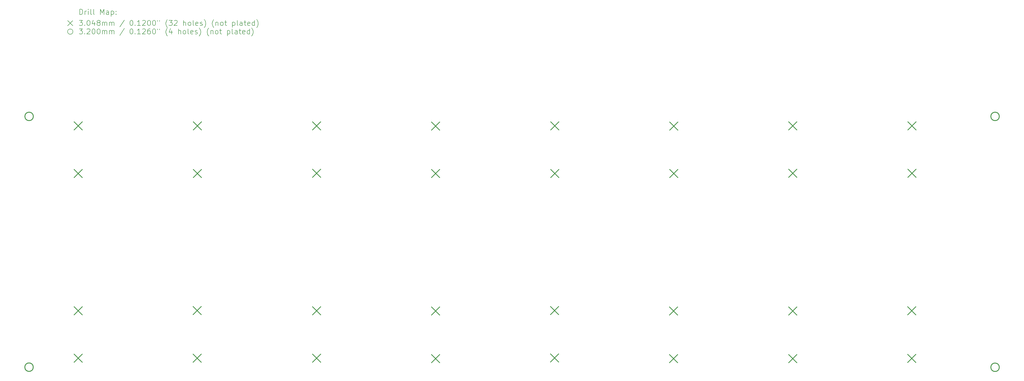
<source format=gbr>
%TF.GenerationSoftware,KiCad,Pcbnew,(6.0.9)*%
%TF.CreationDate,2022-12-09T14:19:55+01:00*%
%TF.ProjectId,seq,7365712e-6b69-4636-9164-5f7063625858,rev?*%
%TF.SameCoordinates,Original*%
%TF.FileFunction,Drillmap*%
%TF.FilePolarity,Positive*%
%FSLAX45Y45*%
G04 Gerber Fmt 4.5, Leading zero omitted, Abs format (unit mm)*
G04 Created by KiCad (PCBNEW (6.0.9)) date 2022-12-09 14:19:55*
%MOMM*%
%LPD*%
G01*
G04 APERTURE LIST*
%ADD10C,0.200000*%
%ADD11C,0.304800*%
%ADD12C,0.320000*%
G04 APERTURE END LIST*
D10*
D11*
X48600Y-11377424D02*
X353400Y-11682224D01*
X353400Y-11377424D02*
X48600Y-11682224D01*
X48600Y-13177776D02*
X353400Y-13482576D01*
X353400Y-13177776D02*
X48600Y-13482576D01*
X49600Y-4378424D02*
X354400Y-4683224D01*
X354400Y-4378424D02*
X49600Y-4683224D01*
X49600Y-6178776D02*
X354400Y-6483576D01*
X354400Y-6178776D02*
X49600Y-6483576D01*
X4547600Y-11371424D02*
X4852400Y-11676224D01*
X4852400Y-11371424D02*
X4547600Y-11676224D01*
X4547600Y-13171776D02*
X4852400Y-13476576D01*
X4852400Y-13171776D02*
X4547600Y-13476576D01*
X4550600Y-4377424D02*
X4855400Y-4682224D01*
X4855400Y-4377424D02*
X4550600Y-4682224D01*
X4550600Y-6177776D02*
X4855400Y-6482576D01*
X4855400Y-6177776D02*
X4550600Y-6482576D01*
X9053600Y-11377424D02*
X9358400Y-11682224D01*
X9358400Y-11377424D02*
X9053600Y-11682224D01*
X9053600Y-13177776D02*
X9358400Y-13482576D01*
X9358400Y-13177776D02*
X9053600Y-13482576D01*
X9058600Y-4374424D02*
X9363400Y-4679224D01*
X9363400Y-4374424D02*
X9058600Y-4679224D01*
X9058600Y-6174776D02*
X9363400Y-6479576D01*
X9363400Y-6174776D02*
X9058600Y-6479576D01*
X13549600Y-4381424D02*
X13854400Y-4686224D01*
X13854400Y-4381424D02*
X13549600Y-4686224D01*
X13549600Y-6181776D02*
X13854400Y-6486576D01*
X13854400Y-6181776D02*
X13549600Y-6486576D01*
X13552600Y-11388424D02*
X13857400Y-11693224D01*
X13857400Y-11388424D02*
X13552600Y-11693224D01*
X13552600Y-13188776D02*
X13857400Y-13493576D01*
X13857400Y-13188776D02*
X13552600Y-13493576D01*
X18047600Y-11366424D02*
X18352400Y-11671224D01*
X18352400Y-11366424D02*
X18047600Y-11671224D01*
X18047600Y-13166776D02*
X18352400Y-13471576D01*
X18352400Y-13166776D02*
X18047600Y-13471576D01*
X18053600Y-4376424D02*
X18358400Y-4681224D01*
X18358400Y-4376424D02*
X18053600Y-4681224D01*
X18053600Y-6176776D02*
X18358400Y-6481576D01*
X18358400Y-6176776D02*
X18053600Y-6481576D01*
X22546600Y-11387424D02*
X22851400Y-11692224D01*
X22851400Y-11387424D02*
X22546600Y-11692224D01*
X22546600Y-13187776D02*
X22851400Y-13492576D01*
X22851400Y-13187776D02*
X22546600Y-13492576D01*
X22548600Y-4383424D02*
X22853400Y-4688224D01*
X22853400Y-4383424D02*
X22548600Y-4688224D01*
X22548600Y-6183776D02*
X22853400Y-6488576D01*
X22853400Y-6183776D02*
X22548600Y-6488576D01*
X27046600Y-11388424D02*
X27351400Y-11693224D01*
X27351400Y-11388424D02*
X27046600Y-11693224D01*
X27046600Y-13188776D02*
X27351400Y-13493576D01*
X27351400Y-13188776D02*
X27046600Y-13493576D01*
X27047600Y-4374424D02*
X27352400Y-4679224D01*
X27352400Y-4374424D02*
X27047600Y-4679224D01*
X27047600Y-6174776D02*
X27352400Y-6479576D01*
X27352400Y-6174776D02*
X27047600Y-6479576D01*
X31547600Y-11379424D02*
X31852400Y-11684224D01*
X31852400Y-11379424D02*
X31547600Y-11684224D01*
X31547600Y-13179776D02*
X31852400Y-13484576D01*
X31852400Y-13179776D02*
X31547600Y-13484576D01*
X31549600Y-4373424D02*
X31854400Y-4678224D01*
X31854400Y-4373424D02*
X31549600Y-4678224D01*
X31549600Y-6173776D02*
X31854400Y-6478576D01*
X31854400Y-6173776D02*
X31549600Y-6478576D01*
D12*
X-1497000Y-13666000D02*
G75*
G03*
X-1497000Y-13666000I-160000J0D01*
G01*
X-1495000Y-4170000D02*
G75*
G03*
X-1495000Y-4170000I-160000J0D01*
G01*
X35005000Y-4170000D02*
G75*
G03*
X35005000Y-4170000I-160000J0D01*
G01*
X35005000Y-13670000D02*
G75*
G03*
X35005000Y-13670000I-160000J0D01*
G01*
D10*
X257619Y-310476D02*
X257619Y-110476D01*
X305238Y-110476D01*
X333810Y-120000D01*
X352857Y-139048D01*
X362381Y-158095D01*
X371905Y-196190D01*
X371905Y-224762D01*
X362381Y-262857D01*
X352857Y-281905D01*
X333810Y-300952D01*
X305238Y-310476D01*
X257619Y-310476D01*
X457619Y-310476D02*
X457619Y-177143D01*
X457619Y-215238D02*
X467143Y-196190D01*
X476667Y-186667D01*
X495714Y-177143D01*
X514762Y-177143D01*
X581429Y-310476D02*
X581429Y-177143D01*
X581429Y-110476D02*
X571905Y-120000D01*
X581429Y-129524D01*
X590952Y-120000D01*
X581429Y-110476D01*
X581429Y-129524D01*
X705238Y-310476D02*
X686190Y-300952D01*
X676667Y-281905D01*
X676667Y-110476D01*
X810000Y-310476D02*
X790952Y-300952D01*
X781428Y-281905D01*
X781428Y-110476D01*
X1038571Y-310476D02*
X1038571Y-110476D01*
X1105238Y-253333D01*
X1171905Y-110476D01*
X1171905Y-310476D01*
X1352857Y-310476D02*
X1352857Y-205714D01*
X1343333Y-186667D01*
X1324286Y-177143D01*
X1286190Y-177143D01*
X1267143Y-186667D01*
X1352857Y-300952D02*
X1333810Y-310476D01*
X1286190Y-310476D01*
X1267143Y-300952D01*
X1257619Y-281905D01*
X1257619Y-262857D01*
X1267143Y-243809D01*
X1286190Y-234286D01*
X1333810Y-234286D01*
X1352857Y-224762D01*
X1448095Y-177143D02*
X1448095Y-377143D01*
X1448095Y-186667D02*
X1467143Y-177143D01*
X1505238Y-177143D01*
X1524286Y-186667D01*
X1533809Y-196190D01*
X1543333Y-215238D01*
X1543333Y-272381D01*
X1533809Y-291429D01*
X1524286Y-300952D01*
X1505238Y-310476D01*
X1467143Y-310476D01*
X1448095Y-300952D01*
X1629048Y-291429D02*
X1638571Y-300952D01*
X1629048Y-310476D01*
X1619524Y-300952D01*
X1629048Y-291429D01*
X1629048Y-310476D01*
X1629048Y-186667D02*
X1638571Y-196190D01*
X1629048Y-205714D01*
X1619524Y-196190D01*
X1629048Y-186667D01*
X1629048Y-205714D01*
X-200000Y-540000D02*
X0Y-740000D01*
X0Y-540000D02*
X-200000Y-740000D01*
X238571Y-530476D02*
X362381Y-530476D01*
X295714Y-606667D01*
X324286Y-606667D01*
X343333Y-616190D01*
X352857Y-625714D01*
X362381Y-644762D01*
X362381Y-692381D01*
X352857Y-711428D01*
X343333Y-720952D01*
X324286Y-730476D01*
X267143Y-730476D01*
X248095Y-720952D01*
X238571Y-711428D01*
X448095Y-711428D02*
X457619Y-720952D01*
X448095Y-730476D01*
X438571Y-720952D01*
X448095Y-711428D01*
X448095Y-730476D01*
X581429Y-530476D02*
X600476Y-530476D01*
X619524Y-540000D01*
X629048Y-549524D01*
X638571Y-568571D01*
X648095Y-606667D01*
X648095Y-654286D01*
X638571Y-692381D01*
X629048Y-711428D01*
X619524Y-720952D01*
X600476Y-730476D01*
X581429Y-730476D01*
X562381Y-720952D01*
X552857Y-711428D01*
X543333Y-692381D01*
X533810Y-654286D01*
X533810Y-606667D01*
X543333Y-568571D01*
X552857Y-549524D01*
X562381Y-540000D01*
X581429Y-530476D01*
X819524Y-597143D02*
X819524Y-730476D01*
X771905Y-520952D02*
X724286Y-663810D01*
X848095Y-663810D01*
X952857Y-616190D02*
X933809Y-606667D01*
X924286Y-597143D01*
X914762Y-578095D01*
X914762Y-568571D01*
X924286Y-549524D01*
X933809Y-540000D01*
X952857Y-530476D01*
X990952Y-530476D01*
X1010000Y-540000D01*
X1019524Y-549524D01*
X1029048Y-568571D01*
X1029048Y-578095D01*
X1019524Y-597143D01*
X1010000Y-606667D01*
X990952Y-616190D01*
X952857Y-616190D01*
X933809Y-625714D01*
X924286Y-635238D01*
X914762Y-654286D01*
X914762Y-692381D01*
X924286Y-711428D01*
X933809Y-720952D01*
X952857Y-730476D01*
X990952Y-730476D01*
X1010000Y-720952D01*
X1019524Y-711428D01*
X1029048Y-692381D01*
X1029048Y-654286D01*
X1019524Y-635238D01*
X1010000Y-625714D01*
X990952Y-616190D01*
X1114762Y-730476D02*
X1114762Y-597143D01*
X1114762Y-616190D02*
X1124286Y-606667D01*
X1143333Y-597143D01*
X1171905Y-597143D01*
X1190952Y-606667D01*
X1200476Y-625714D01*
X1200476Y-730476D01*
X1200476Y-625714D02*
X1210000Y-606667D01*
X1229048Y-597143D01*
X1257619Y-597143D01*
X1276667Y-606667D01*
X1286190Y-625714D01*
X1286190Y-730476D01*
X1381429Y-730476D02*
X1381429Y-597143D01*
X1381429Y-616190D02*
X1390952Y-606667D01*
X1410000Y-597143D01*
X1438571Y-597143D01*
X1457619Y-606667D01*
X1467143Y-625714D01*
X1467143Y-730476D01*
X1467143Y-625714D02*
X1476667Y-606667D01*
X1495714Y-597143D01*
X1524286Y-597143D01*
X1543333Y-606667D01*
X1552857Y-625714D01*
X1552857Y-730476D01*
X1943333Y-520952D02*
X1771905Y-778095D01*
X2200476Y-530476D02*
X2219524Y-530476D01*
X2238571Y-540000D01*
X2248095Y-549524D01*
X2257619Y-568571D01*
X2267143Y-606667D01*
X2267143Y-654286D01*
X2257619Y-692381D01*
X2248095Y-711428D01*
X2238571Y-720952D01*
X2219524Y-730476D01*
X2200476Y-730476D01*
X2181429Y-720952D01*
X2171905Y-711428D01*
X2162381Y-692381D01*
X2152857Y-654286D01*
X2152857Y-606667D01*
X2162381Y-568571D01*
X2171905Y-549524D01*
X2181429Y-540000D01*
X2200476Y-530476D01*
X2352857Y-711428D02*
X2362381Y-720952D01*
X2352857Y-730476D01*
X2343333Y-720952D01*
X2352857Y-711428D01*
X2352857Y-730476D01*
X2552857Y-730476D02*
X2438571Y-730476D01*
X2495714Y-730476D02*
X2495714Y-530476D01*
X2476667Y-559048D01*
X2457619Y-578095D01*
X2438571Y-587619D01*
X2629048Y-549524D02*
X2638571Y-540000D01*
X2657619Y-530476D01*
X2705238Y-530476D01*
X2724286Y-540000D01*
X2733810Y-549524D01*
X2743333Y-568571D01*
X2743333Y-587619D01*
X2733810Y-616190D01*
X2619524Y-730476D01*
X2743333Y-730476D01*
X2867143Y-530476D02*
X2886190Y-530476D01*
X2905238Y-540000D01*
X2914762Y-549524D01*
X2924286Y-568571D01*
X2933809Y-606667D01*
X2933809Y-654286D01*
X2924286Y-692381D01*
X2914762Y-711428D01*
X2905238Y-720952D01*
X2886190Y-730476D01*
X2867143Y-730476D01*
X2848095Y-720952D01*
X2838571Y-711428D01*
X2829048Y-692381D01*
X2819524Y-654286D01*
X2819524Y-606667D01*
X2829048Y-568571D01*
X2838571Y-549524D01*
X2848095Y-540000D01*
X2867143Y-530476D01*
X3057619Y-530476D02*
X3076667Y-530476D01*
X3095714Y-540000D01*
X3105238Y-549524D01*
X3114762Y-568571D01*
X3124286Y-606667D01*
X3124286Y-654286D01*
X3114762Y-692381D01*
X3105238Y-711428D01*
X3095714Y-720952D01*
X3076667Y-730476D01*
X3057619Y-730476D01*
X3038571Y-720952D01*
X3029048Y-711428D01*
X3019524Y-692381D01*
X3010000Y-654286D01*
X3010000Y-606667D01*
X3019524Y-568571D01*
X3029048Y-549524D01*
X3038571Y-540000D01*
X3057619Y-530476D01*
X3200476Y-530476D02*
X3200476Y-568571D01*
X3276667Y-530476D02*
X3276667Y-568571D01*
X3571905Y-806667D02*
X3562381Y-797143D01*
X3543333Y-768571D01*
X3533809Y-749524D01*
X3524286Y-720952D01*
X3514762Y-673333D01*
X3514762Y-635238D01*
X3524286Y-587619D01*
X3533809Y-559048D01*
X3543333Y-540000D01*
X3562381Y-511428D01*
X3571905Y-501905D01*
X3629048Y-530476D02*
X3752857Y-530476D01*
X3686190Y-606667D01*
X3714762Y-606667D01*
X3733809Y-616190D01*
X3743333Y-625714D01*
X3752857Y-644762D01*
X3752857Y-692381D01*
X3743333Y-711428D01*
X3733809Y-720952D01*
X3714762Y-730476D01*
X3657619Y-730476D01*
X3638571Y-720952D01*
X3629048Y-711428D01*
X3829048Y-549524D02*
X3838571Y-540000D01*
X3857619Y-530476D01*
X3905238Y-530476D01*
X3924286Y-540000D01*
X3933809Y-549524D01*
X3943333Y-568571D01*
X3943333Y-587619D01*
X3933809Y-616190D01*
X3819524Y-730476D01*
X3943333Y-730476D01*
X4181428Y-730476D02*
X4181428Y-530476D01*
X4267143Y-730476D02*
X4267143Y-625714D01*
X4257619Y-606667D01*
X4238571Y-597143D01*
X4210000Y-597143D01*
X4190952Y-606667D01*
X4181428Y-616190D01*
X4390952Y-730476D02*
X4371905Y-720952D01*
X4362381Y-711428D01*
X4352857Y-692381D01*
X4352857Y-635238D01*
X4362381Y-616190D01*
X4371905Y-606667D01*
X4390952Y-597143D01*
X4419524Y-597143D01*
X4438571Y-606667D01*
X4448095Y-616190D01*
X4457619Y-635238D01*
X4457619Y-692381D01*
X4448095Y-711428D01*
X4438571Y-720952D01*
X4419524Y-730476D01*
X4390952Y-730476D01*
X4571905Y-730476D02*
X4552857Y-720952D01*
X4543333Y-701905D01*
X4543333Y-530476D01*
X4724286Y-720952D02*
X4705238Y-730476D01*
X4667143Y-730476D01*
X4648095Y-720952D01*
X4638571Y-701905D01*
X4638571Y-625714D01*
X4648095Y-606667D01*
X4667143Y-597143D01*
X4705238Y-597143D01*
X4724286Y-606667D01*
X4733810Y-625714D01*
X4733810Y-644762D01*
X4638571Y-663810D01*
X4810000Y-720952D02*
X4829048Y-730476D01*
X4867143Y-730476D01*
X4886190Y-720952D01*
X4895714Y-701905D01*
X4895714Y-692381D01*
X4886190Y-673333D01*
X4867143Y-663810D01*
X4838571Y-663810D01*
X4819524Y-654286D01*
X4810000Y-635238D01*
X4810000Y-625714D01*
X4819524Y-606667D01*
X4838571Y-597143D01*
X4867143Y-597143D01*
X4886190Y-606667D01*
X4962381Y-806667D02*
X4971905Y-797143D01*
X4990952Y-768571D01*
X5000476Y-749524D01*
X5010000Y-720952D01*
X5019524Y-673333D01*
X5019524Y-635238D01*
X5010000Y-587619D01*
X5000476Y-559048D01*
X4990952Y-540000D01*
X4971905Y-511428D01*
X4962381Y-501905D01*
X5324286Y-806667D02*
X5314762Y-797143D01*
X5295714Y-768571D01*
X5286190Y-749524D01*
X5276667Y-720952D01*
X5267143Y-673333D01*
X5267143Y-635238D01*
X5276667Y-587619D01*
X5286190Y-559048D01*
X5295714Y-540000D01*
X5314762Y-511428D01*
X5324286Y-501905D01*
X5400476Y-597143D02*
X5400476Y-730476D01*
X5400476Y-616190D02*
X5410000Y-606667D01*
X5429048Y-597143D01*
X5457619Y-597143D01*
X5476667Y-606667D01*
X5486190Y-625714D01*
X5486190Y-730476D01*
X5610000Y-730476D02*
X5590952Y-720952D01*
X5581429Y-711428D01*
X5571905Y-692381D01*
X5571905Y-635238D01*
X5581429Y-616190D01*
X5590952Y-606667D01*
X5610000Y-597143D01*
X5638571Y-597143D01*
X5657619Y-606667D01*
X5667143Y-616190D01*
X5676667Y-635238D01*
X5676667Y-692381D01*
X5667143Y-711428D01*
X5657619Y-720952D01*
X5638571Y-730476D01*
X5610000Y-730476D01*
X5733809Y-597143D02*
X5810000Y-597143D01*
X5762381Y-530476D02*
X5762381Y-701905D01*
X5771905Y-720952D01*
X5790952Y-730476D01*
X5810000Y-730476D01*
X6029048Y-597143D02*
X6029048Y-797143D01*
X6029048Y-606667D02*
X6048095Y-597143D01*
X6086190Y-597143D01*
X6105238Y-606667D01*
X6114762Y-616190D01*
X6124286Y-635238D01*
X6124286Y-692381D01*
X6114762Y-711428D01*
X6105238Y-720952D01*
X6086190Y-730476D01*
X6048095Y-730476D01*
X6029048Y-720952D01*
X6238571Y-730476D02*
X6219524Y-720952D01*
X6210000Y-701905D01*
X6210000Y-530476D01*
X6400476Y-730476D02*
X6400476Y-625714D01*
X6390952Y-606667D01*
X6371905Y-597143D01*
X6333809Y-597143D01*
X6314762Y-606667D01*
X6400476Y-720952D02*
X6381428Y-730476D01*
X6333809Y-730476D01*
X6314762Y-720952D01*
X6305238Y-701905D01*
X6305238Y-682857D01*
X6314762Y-663810D01*
X6333809Y-654286D01*
X6381428Y-654286D01*
X6400476Y-644762D01*
X6467143Y-597143D02*
X6543333Y-597143D01*
X6495714Y-530476D02*
X6495714Y-701905D01*
X6505238Y-720952D01*
X6524286Y-730476D01*
X6543333Y-730476D01*
X6686190Y-720952D02*
X6667143Y-730476D01*
X6629048Y-730476D01*
X6610000Y-720952D01*
X6600476Y-701905D01*
X6600476Y-625714D01*
X6610000Y-606667D01*
X6629048Y-597143D01*
X6667143Y-597143D01*
X6686190Y-606667D01*
X6695714Y-625714D01*
X6695714Y-644762D01*
X6600476Y-663810D01*
X6867143Y-730476D02*
X6867143Y-530476D01*
X6867143Y-720952D02*
X6848095Y-730476D01*
X6810000Y-730476D01*
X6790952Y-720952D01*
X6781428Y-711428D01*
X6771905Y-692381D01*
X6771905Y-635238D01*
X6781428Y-616190D01*
X6790952Y-606667D01*
X6810000Y-597143D01*
X6848095Y-597143D01*
X6867143Y-606667D01*
X6943333Y-806667D02*
X6952857Y-797143D01*
X6971905Y-768571D01*
X6981428Y-749524D01*
X6990952Y-720952D01*
X7000476Y-673333D01*
X7000476Y-635238D01*
X6990952Y-587619D01*
X6981428Y-559048D01*
X6971905Y-540000D01*
X6952857Y-511428D01*
X6943333Y-501905D01*
X0Y-960000D02*
G75*
G03*
X0Y-960000I-100000J0D01*
G01*
X238571Y-850476D02*
X362381Y-850476D01*
X295714Y-926667D01*
X324286Y-926667D01*
X343333Y-936190D01*
X352857Y-945714D01*
X362381Y-964762D01*
X362381Y-1012381D01*
X352857Y-1031428D01*
X343333Y-1040952D01*
X324286Y-1050476D01*
X267143Y-1050476D01*
X248095Y-1040952D01*
X238571Y-1031428D01*
X448095Y-1031428D02*
X457619Y-1040952D01*
X448095Y-1050476D01*
X438571Y-1040952D01*
X448095Y-1031428D01*
X448095Y-1050476D01*
X533810Y-869524D02*
X543333Y-860000D01*
X562381Y-850476D01*
X610000Y-850476D01*
X629048Y-860000D01*
X638571Y-869524D01*
X648095Y-888571D01*
X648095Y-907619D01*
X638571Y-936190D01*
X524286Y-1050476D01*
X648095Y-1050476D01*
X771905Y-850476D02*
X790952Y-850476D01*
X810000Y-860000D01*
X819524Y-869524D01*
X829048Y-888571D01*
X838571Y-926667D01*
X838571Y-974286D01*
X829048Y-1012381D01*
X819524Y-1031428D01*
X810000Y-1040952D01*
X790952Y-1050476D01*
X771905Y-1050476D01*
X752857Y-1040952D01*
X743333Y-1031428D01*
X733809Y-1012381D01*
X724286Y-974286D01*
X724286Y-926667D01*
X733809Y-888571D01*
X743333Y-869524D01*
X752857Y-860000D01*
X771905Y-850476D01*
X962381Y-850476D02*
X981428Y-850476D01*
X1000476Y-860000D01*
X1010000Y-869524D01*
X1019524Y-888571D01*
X1029048Y-926667D01*
X1029048Y-974286D01*
X1019524Y-1012381D01*
X1010000Y-1031428D01*
X1000476Y-1040952D01*
X981428Y-1050476D01*
X962381Y-1050476D01*
X943333Y-1040952D01*
X933809Y-1031428D01*
X924286Y-1012381D01*
X914762Y-974286D01*
X914762Y-926667D01*
X924286Y-888571D01*
X933809Y-869524D01*
X943333Y-860000D01*
X962381Y-850476D01*
X1114762Y-1050476D02*
X1114762Y-917143D01*
X1114762Y-936190D02*
X1124286Y-926667D01*
X1143333Y-917143D01*
X1171905Y-917143D01*
X1190952Y-926667D01*
X1200476Y-945714D01*
X1200476Y-1050476D01*
X1200476Y-945714D02*
X1210000Y-926667D01*
X1229048Y-917143D01*
X1257619Y-917143D01*
X1276667Y-926667D01*
X1286190Y-945714D01*
X1286190Y-1050476D01*
X1381429Y-1050476D02*
X1381429Y-917143D01*
X1381429Y-936190D02*
X1390952Y-926667D01*
X1410000Y-917143D01*
X1438571Y-917143D01*
X1457619Y-926667D01*
X1467143Y-945714D01*
X1467143Y-1050476D01*
X1467143Y-945714D02*
X1476667Y-926667D01*
X1495714Y-917143D01*
X1524286Y-917143D01*
X1543333Y-926667D01*
X1552857Y-945714D01*
X1552857Y-1050476D01*
X1943333Y-840952D02*
X1771905Y-1098095D01*
X2200476Y-850476D02*
X2219524Y-850476D01*
X2238571Y-860000D01*
X2248095Y-869524D01*
X2257619Y-888571D01*
X2267143Y-926667D01*
X2267143Y-974286D01*
X2257619Y-1012381D01*
X2248095Y-1031428D01*
X2238571Y-1040952D01*
X2219524Y-1050476D01*
X2200476Y-1050476D01*
X2181429Y-1040952D01*
X2171905Y-1031428D01*
X2162381Y-1012381D01*
X2152857Y-974286D01*
X2152857Y-926667D01*
X2162381Y-888571D01*
X2171905Y-869524D01*
X2181429Y-860000D01*
X2200476Y-850476D01*
X2352857Y-1031428D02*
X2362381Y-1040952D01*
X2352857Y-1050476D01*
X2343333Y-1040952D01*
X2352857Y-1031428D01*
X2352857Y-1050476D01*
X2552857Y-1050476D02*
X2438571Y-1050476D01*
X2495714Y-1050476D02*
X2495714Y-850476D01*
X2476667Y-879048D01*
X2457619Y-898095D01*
X2438571Y-907619D01*
X2629048Y-869524D02*
X2638571Y-860000D01*
X2657619Y-850476D01*
X2705238Y-850476D01*
X2724286Y-860000D01*
X2733810Y-869524D01*
X2743333Y-888571D01*
X2743333Y-907619D01*
X2733810Y-936190D01*
X2619524Y-1050476D01*
X2743333Y-1050476D01*
X2914762Y-850476D02*
X2876667Y-850476D01*
X2857619Y-860000D01*
X2848095Y-869524D01*
X2829048Y-898095D01*
X2819524Y-936190D01*
X2819524Y-1012381D01*
X2829048Y-1031428D01*
X2838571Y-1040952D01*
X2857619Y-1050476D01*
X2895714Y-1050476D01*
X2914762Y-1040952D01*
X2924286Y-1031428D01*
X2933809Y-1012381D01*
X2933809Y-964762D01*
X2924286Y-945714D01*
X2914762Y-936190D01*
X2895714Y-926667D01*
X2857619Y-926667D01*
X2838571Y-936190D01*
X2829048Y-945714D01*
X2819524Y-964762D01*
X3057619Y-850476D02*
X3076667Y-850476D01*
X3095714Y-860000D01*
X3105238Y-869524D01*
X3114762Y-888571D01*
X3124286Y-926667D01*
X3124286Y-974286D01*
X3114762Y-1012381D01*
X3105238Y-1031428D01*
X3095714Y-1040952D01*
X3076667Y-1050476D01*
X3057619Y-1050476D01*
X3038571Y-1040952D01*
X3029048Y-1031428D01*
X3019524Y-1012381D01*
X3010000Y-974286D01*
X3010000Y-926667D01*
X3019524Y-888571D01*
X3029048Y-869524D01*
X3038571Y-860000D01*
X3057619Y-850476D01*
X3200476Y-850476D02*
X3200476Y-888571D01*
X3276667Y-850476D02*
X3276667Y-888571D01*
X3571905Y-1126667D02*
X3562381Y-1117143D01*
X3543333Y-1088571D01*
X3533809Y-1069524D01*
X3524286Y-1040952D01*
X3514762Y-993333D01*
X3514762Y-955238D01*
X3524286Y-907619D01*
X3533809Y-879048D01*
X3543333Y-860000D01*
X3562381Y-831428D01*
X3571905Y-821905D01*
X3733809Y-917143D02*
X3733809Y-1050476D01*
X3686190Y-840952D02*
X3638571Y-983809D01*
X3762381Y-983809D01*
X3990952Y-1050476D02*
X3990952Y-850476D01*
X4076667Y-1050476D02*
X4076667Y-945714D01*
X4067143Y-926667D01*
X4048095Y-917143D01*
X4019524Y-917143D01*
X4000476Y-926667D01*
X3990952Y-936190D01*
X4200476Y-1050476D02*
X4181428Y-1040952D01*
X4171905Y-1031428D01*
X4162381Y-1012381D01*
X4162381Y-955238D01*
X4171905Y-936190D01*
X4181428Y-926667D01*
X4200476Y-917143D01*
X4229048Y-917143D01*
X4248095Y-926667D01*
X4257619Y-936190D01*
X4267143Y-955238D01*
X4267143Y-1012381D01*
X4257619Y-1031428D01*
X4248095Y-1040952D01*
X4229048Y-1050476D01*
X4200476Y-1050476D01*
X4381429Y-1050476D02*
X4362381Y-1040952D01*
X4352857Y-1021905D01*
X4352857Y-850476D01*
X4533810Y-1040952D02*
X4514762Y-1050476D01*
X4476667Y-1050476D01*
X4457619Y-1040952D01*
X4448095Y-1021905D01*
X4448095Y-945714D01*
X4457619Y-926667D01*
X4476667Y-917143D01*
X4514762Y-917143D01*
X4533810Y-926667D01*
X4543333Y-945714D01*
X4543333Y-964762D01*
X4448095Y-983809D01*
X4619524Y-1040952D02*
X4638571Y-1050476D01*
X4676667Y-1050476D01*
X4695714Y-1040952D01*
X4705238Y-1021905D01*
X4705238Y-1012381D01*
X4695714Y-993333D01*
X4676667Y-983809D01*
X4648095Y-983809D01*
X4629048Y-974286D01*
X4619524Y-955238D01*
X4619524Y-945714D01*
X4629048Y-926667D01*
X4648095Y-917143D01*
X4676667Y-917143D01*
X4695714Y-926667D01*
X4771905Y-1126667D02*
X4781429Y-1117143D01*
X4800476Y-1088571D01*
X4810000Y-1069524D01*
X4819524Y-1040952D01*
X4829048Y-993333D01*
X4829048Y-955238D01*
X4819524Y-907619D01*
X4810000Y-879048D01*
X4800476Y-860000D01*
X4781429Y-831428D01*
X4771905Y-821905D01*
X5133810Y-1126667D02*
X5124286Y-1117143D01*
X5105238Y-1088571D01*
X5095714Y-1069524D01*
X5086190Y-1040952D01*
X5076667Y-993333D01*
X5076667Y-955238D01*
X5086190Y-907619D01*
X5095714Y-879048D01*
X5105238Y-860000D01*
X5124286Y-831428D01*
X5133810Y-821905D01*
X5210000Y-917143D02*
X5210000Y-1050476D01*
X5210000Y-936190D02*
X5219524Y-926667D01*
X5238571Y-917143D01*
X5267143Y-917143D01*
X5286190Y-926667D01*
X5295714Y-945714D01*
X5295714Y-1050476D01*
X5419524Y-1050476D02*
X5400476Y-1040952D01*
X5390952Y-1031428D01*
X5381429Y-1012381D01*
X5381429Y-955238D01*
X5390952Y-936190D01*
X5400476Y-926667D01*
X5419524Y-917143D01*
X5448095Y-917143D01*
X5467143Y-926667D01*
X5476667Y-936190D01*
X5486190Y-955238D01*
X5486190Y-1012381D01*
X5476667Y-1031428D01*
X5467143Y-1040952D01*
X5448095Y-1050476D01*
X5419524Y-1050476D01*
X5543333Y-917143D02*
X5619524Y-917143D01*
X5571905Y-850476D02*
X5571905Y-1021905D01*
X5581429Y-1040952D01*
X5600476Y-1050476D01*
X5619524Y-1050476D01*
X5838571Y-917143D02*
X5838571Y-1117143D01*
X5838571Y-926667D02*
X5857619Y-917143D01*
X5895714Y-917143D01*
X5914762Y-926667D01*
X5924286Y-936190D01*
X5933809Y-955238D01*
X5933809Y-1012381D01*
X5924286Y-1031428D01*
X5914762Y-1040952D01*
X5895714Y-1050476D01*
X5857619Y-1050476D01*
X5838571Y-1040952D01*
X6048095Y-1050476D02*
X6029048Y-1040952D01*
X6019524Y-1021905D01*
X6019524Y-850476D01*
X6210000Y-1050476D02*
X6210000Y-945714D01*
X6200476Y-926667D01*
X6181428Y-917143D01*
X6143333Y-917143D01*
X6124286Y-926667D01*
X6210000Y-1040952D02*
X6190952Y-1050476D01*
X6143333Y-1050476D01*
X6124286Y-1040952D01*
X6114762Y-1021905D01*
X6114762Y-1002857D01*
X6124286Y-983809D01*
X6143333Y-974286D01*
X6190952Y-974286D01*
X6210000Y-964762D01*
X6276667Y-917143D02*
X6352857Y-917143D01*
X6305238Y-850476D02*
X6305238Y-1021905D01*
X6314762Y-1040952D01*
X6333809Y-1050476D01*
X6352857Y-1050476D01*
X6495714Y-1040952D02*
X6476667Y-1050476D01*
X6438571Y-1050476D01*
X6419524Y-1040952D01*
X6410000Y-1021905D01*
X6410000Y-945714D01*
X6419524Y-926667D01*
X6438571Y-917143D01*
X6476667Y-917143D01*
X6495714Y-926667D01*
X6505238Y-945714D01*
X6505238Y-964762D01*
X6410000Y-983809D01*
X6676667Y-1050476D02*
X6676667Y-850476D01*
X6676667Y-1040952D02*
X6657619Y-1050476D01*
X6619524Y-1050476D01*
X6600476Y-1040952D01*
X6590952Y-1031428D01*
X6581428Y-1012381D01*
X6581428Y-955238D01*
X6590952Y-936190D01*
X6600476Y-926667D01*
X6619524Y-917143D01*
X6657619Y-917143D01*
X6676667Y-926667D01*
X6752857Y-1126667D02*
X6762381Y-1117143D01*
X6781428Y-1088571D01*
X6790952Y-1069524D01*
X6800476Y-1040952D01*
X6810000Y-993333D01*
X6810000Y-955238D01*
X6800476Y-907619D01*
X6790952Y-879048D01*
X6781428Y-860000D01*
X6762381Y-831428D01*
X6752857Y-821905D01*
M02*

</source>
